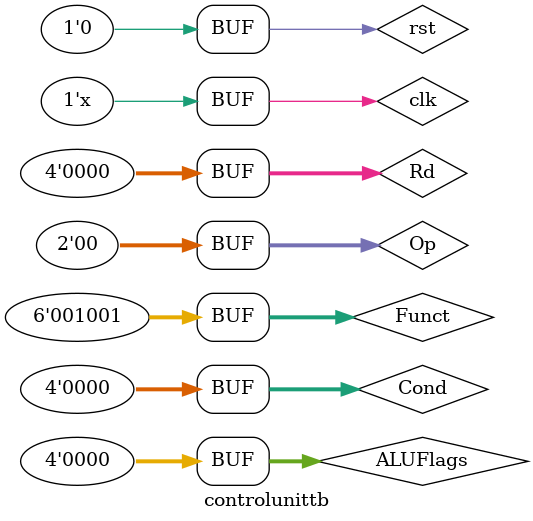
<source format=sv>
module controlunittb();

logic clk, rst;
logic [3:0] Rd;
logic [1:0] Op, sh;
logic [5:0] Funct;
logic [3:0] Cond, ALUFlags;
logic MemtoReg, ALUSrc;
logic [1:0] ImmSrc, RegSrc;
logic [3:0] ALUControl;
logic PCSrc, RegWrite, MemWrite;

Control_Unit DUT(clk, rst, Rd, Op, sh, Funct, Cond, ALUFlags, MemtoReg,
					  ALUSrc, ImmSrc, RegSrc, ALUControl, PCSrc, RegWrite,
					  MemWrite);
					  
initial begin

rst = 0;
clk = 0;
#10;
rst = 1;
#10;
rst = 0;
 
//Test DP Reg NO Flags
Rd = 4'b0000;
Op = 2'b00;
Funct = 6'b001000;
Cond = 4'b1110;
ALUFlags = 4'b0000;
#10;
//Test DP Imm NO Flags
Funct = 6'b101000;
#10;
//Test STR
Op = 2'b01;
Funct = 6'b000000;
#10;
//Test LDR
Funct = 6'b000001;
#10;
//Test B
Op = 2'b10;
Funct = 6'b100001;
#10;
//Test ADDS
Op = 2'b00;
Funct = 6'b001001;
Cond = 4'b0000;
ALUFlags = 4'b0100;
#10;
ALUFlags = 4'b0000;
#10;

end 

always 
	#5 clk = !clk;

endmodule 
</source>
